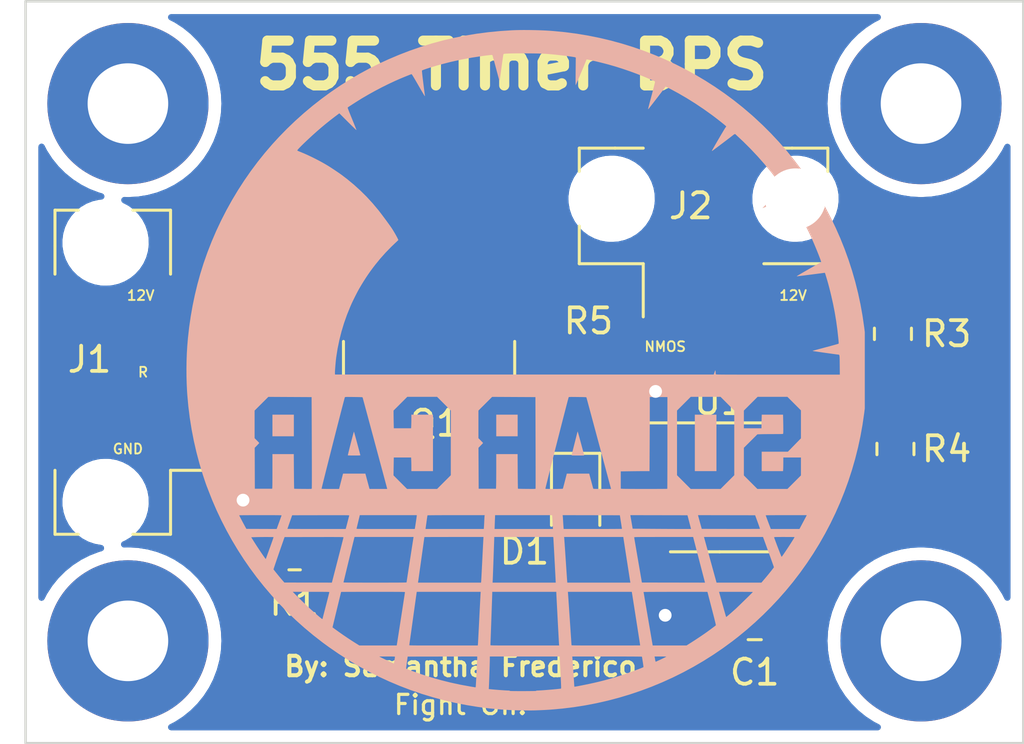
<source format=kicad_pcb>
(kicad_pcb (version 20211014) (generator pcbnew)
  (layers (0 "F.Cu" signal) (31 "B.Cu" signal) (36 "B.SilkS" user "B.Silkscreen") (37 "F.SilkS" user "F.Silkscreen") (38 "B.Mask" user) (39 "F.Mask" user) (44 "Edge.Cuts" user))
  (net 0 "")
  (net 1 "Net-(C1-Pad1)")
  (net 2 "GND")
  (net 3 "Net-(D1-Pad1)")
  (net 4 "Net-(D1-Pad2)")
  (net 5 "+12V")
  (net 6 "Net-(J1-Pad2)")
  (net 7 "Net-(J2-Pad1)")
  (net 8 "Net-(R3-Pad2)")
  (footprint "Package_TO_SOT_SMD:TO-252-2_TabPin1" (layer "F.Cu") (at 136.42 74.71 90)
    (fp_text reference "Q1" (at -4.03 0.232 180) (layer "F.SilkS"))
    (fp_text value "Q_NMOS_DGS" hide)
    (pad "1" smd rect (at 2.825 0 90) (size 7 7) (layers "F.Cu" "F.Mask") (net 7 "Net-(J2-Pad1)"))
    (pad "2" smd rect (at -4.575 -2.3 90) (size 3.5 2) (layers "F.Cu" "F.Paste" "F.Mask") (net 4 "Net-(D1-Pad2)"))
    (pad "3" smd rect (at -4.575 2.28 90) (size 3.5 2) (layers "F.Cu" "F.Paste" "F.Mask") (net 2 "GND"))
  )
  (footprint "Capacitor_SMD:C_0805_2012Metric_Pad1.18x1.45mm_HandSolder" (layer "F.Cu") (at 149.352 86.594 180)
    (fp_text reference "C1" (at 0 -2.032) (layer "F.SilkS"))
    (fp_text value "10uF" hide)
    (pad "1" smd roundrect (at -1.0375 0 180) (size 1.175 1.45) (layers "F.Cu" "F.Paste" "F.Mask") (roundrect_rratio 0.212766) (net 1 "Net-(C1-Pad1)"))
    (pad "2" smd roundrect (at 1.0375 0 180) (size 1.175 1.45) (layers "F.Cu" "F.Paste" "F.Mask") (roundrect_rratio 0.212766) (net 2 "GND"))
  )
  (footprint "MountingHole:MountingHole_3.2mm_M3_Pad" (layer "F.Cu") (at 124.46 87.376)
    (fp_text reference "REF**" hide)
    (fp_text value "MountingHole_3.2mm_M3_Pad" hide)
    (pad "1" thru_hole circle (at 0 0) (size 6.4 6.4) (drill 3.2) (layers *.Cu *.Mask))
  )
  (footprint "Package_SO:SOIC-8_3.9x4.9mm_P1.27mm" (layer "F.Cu") (at 147.955 81.28)
    (fp_text reference "U1" (at 0 -3.4) (layer "F.SilkS"))
    (fp_text value "NE555D" hide)
    (pad "1" smd roundrect (at -2.475 -1.905) (size 1.95 0.6) (layers "F.Cu" "F.Paste" "F.Mask") (net 2 "GND"))
    (pad "2" smd roundrect (at -2.475 -0.635) (size 1.95 0.6) (layers "F.Cu" "F.Paste" "F.Mask") (net 1 "Net-(C1-Pad1)"))
    (pad "3" smd roundrect (at -2.475 0.635) (size 1.95 0.6) (layers "F.Cu" "F.Paste" "F.Mask") (net 4 "Net-(D1-Pad2)"))
    (pad "4" smd roundrect (at -2.475 1.905) (size 1.95 0.6) (layers "F.Cu" "F.Paste" "F.Mask") (net 6 "Net-(J1-Pad2)"))
    (pad "5" smd roundrect (at 2.475 1.905) (size 1.95 0.6) (layers "F.Cu" "F.Paste" "F.Mask"))
    (pad "6" smd roundrect (at 2.475 0.635) (size 1.95 0.6) (layers "F.Cu" "F.Paste" "F.Mask") (net 1 "Net-(C1-Pad1)"))
    (pad "7" smd roundrect (at 2.475 -0.635) (size 1.95 0.6) (layers "F.Cu" "F.Paste" "F.Mask") (net 8 "Net-(R3-Pad2)"))
    (pad "8" smd roundrect (at 2.475 -1.905) (size 1.95 0.6) (layers "F.Cu" "F.Paste" "F.Mask") (net 5 "+12V"))
  )
  (footprint "Resistor_SMD:R_0805_2012Metric_Pad1.20x1.40mm_HandSolder" (layer "F.Cu") (at 131.08 83.82 180)
    (fp_text reference "R1" (at 0.016 -2.032) (layer "F.SilkS"))
    (fp_text value "10k" hide)
    (pad "1" smd roundrect (at -1 0 180) (size 1.2 1.4) (layers "F.Cu" "F.Paste" "F.Mask") (roundrect_rratio 0.208333) (net 6 "Net-(J1-Pad2)"))
    (pad "2" smd roundrect (at 1 0 180) (size 1.2 1.4) (layers "F.Cu" "F.Paste" "F.Mask") (roundrect_rratio 0.208333) (net 2 "GND"))
  )
  (footprint "LED_SMD:LED_0805_2012Metric_Pad1.15x1.40mm_HandSolder" (layer "F.Cu") (at 142.24 81.788 -90)
    (fp_text reference "D1" (at 2.032 2.032) (layer "F.SilkS"))
    (fp_text value "LED" hide)
    (pad "1" smd roundrect (at -1.025 0 270) (size 1.15 1.4) (layers "F.Cu" "F.Paste" "F.Mask") (roundrect_rratio 0.217391) (net 3 "Net-(D1-Pad1)"))
    (pad "2" smd roundrect (at 1.025 0 270) (size 1.15 1.4) (layers "F.Cu" "F.Paste" "F.Mask") (roundrect_rratio 0.217391) (net 4 "Net-(D1-Pad2)"))
  )
  (footprint "Resistor_SMD:R_0805_2012Metric_Pad1.20x1.40mm_HandSolder" (layer "F.Cu") (at 130.556 72.136 -90)
    (fp_text reference "R2" (at 3.048 -0.508) (layer "F.SilkS"))
    (fp_text value "10k" hide)
    (pad "1" smd roundrect (at -1 0 270) (size 1.2 1.4) (layers "F.Cu" "F.Paste" "F.Mask") (roundrect_rratio 0.208333) (net 5 "+12V"))
    (pad "2" smd roundrect (at 1 0 270) (size 1.2 1.4) (layers "F.Cu" "F.Paste" "F.Mask") (roundrect_rratio 0.208333) (net 6 "Net-(J1-Pad2)"))
  )
  (footprint "Connector_Molex:Molex_Micro-Fit_3.0_43650-0321_1x03_P3.00mm_Vertical" (layer "F.Cu") (at 123.858 76.708 90)
    (fp_text reference "J1" (at 0.508 -0.922) (layer "F.SilkS"))
    (fp_text value "Conn_01x03_Female" hide)
    (pad "" np_thru_hole circle (at -5.15 -0.285 90) (size 2.41 2.41) (drill 2.41) (layers *.Cu *.Mask))
    (pad "" np_thru_hole circle (at 5.15 -0.285 90) (size 2.41 2.41) (drill 2.41) (layers *.Cu *.Mask))
    (pad "1" smd rect (at -3 3.135 90) (size 1.27 2.54) (layers "F.Cu" "F.Paste" "F.Mask") (net 2 "GND"))
    (pad "2" smd rect (at 0 3.135 90) (size 1.27 2.54) (layers "F.Cu" "F.Paste" "F.Mask") (net 6 "Net-(J1-Pad2)"))
    (pad "3" smd rect (at 3 3.135 90) (size 1.27 2.54) (layers "F.Cu" "F.Paste" "F.Mask") (net 5 "+12V"))
  )
  (footprint "Resistor_SMD:R_0805_2012Metric_Pad1.20x1.40mm_HandSolder" (layer "F.Cu") (at 154.94 79.756 -90)
    (fp_text reference "R4" (at 0 -2.032 180) (layer "F.SilkS"))
    (fp_text value "5k" hide)
    (pad "1" smd roundrect (at -1 0 270) (size 1.2 1.4) (layers "F.Cu" "F.Paste" "F.Mask") (roundrect_rratio 0.208333) (net 8 "Net-(R3-Pad2)"))
    (pad "2" smd roundrect (at 1 0 270) (size 1.2 1.4) (layers "F.Cu" "F.Paste" "F.Mask") (roundrect_rratio 0.208333) (net 1 "Net-(C1-Pad1)"))
  )
  (footprint "Connector_Molex:Molex_Micro-Fit_3.0_43650-0221_1x02_P3.00mm_Vertical" (layer "F.Cu") (at 147.32 70.104)
    (fp_text reference "J2" (at -0.508 0) (layer "F.SilkS"))
    (fp_text value "Conn_01x02_Female" hide)
    (pad "" np_thru_hole circle (at 3.65 -0.285) (size 2.41 2.41) (drill 2.41) (layers *.Cu *.Mask))
    (pad "" np_thru_hole circle (at -3.65 -0.285) (size 2.41 2.41) (drill 2.41) (layers *.Cu *.Mask))
    (pad "1" smd rect (at -1.5 3.135) (size 1.27 2.54) (layers "F.Cu" "F.Paste" "F.Mask") (net 7 "Net-(J2-Pad1)"))
    (pad "2" smd rect (at 1.5 3.135) (size 1.27 2.54) (layers "F.Cu" "F.Paste" "F.Mask") (net 5 "+12V"))
  )
  (footprint "MountingHole:MountingHole_3.2mm_M3_Pad" (layer "F.Cu") (at 124.46 66.04)
    (fp_text reference "REF**" hide)
    (fp_text value "MountingHole_3.2mm_M3_Pad" hide)
    (pad "1" thru_hole circle (at 0 0) (size 6.4 6.4) (drill 3.2) (layers *.Cu *.Mask))
  )
  (footprint "Resistor_SMD:R_0805_2012Metric_Pad1.20x1.40mm_HandSolder" (layer "F.Cu") (at 154.84 75.184 -90)
    (fp_text reference "R3" (at 0 -2.132 180) (layer "F.SilkS"))
    (fp_text value "0" hide)
    (pad "1" smd roundrect (at -1 0 270) (size 1.2 1.4) (layers "F.Cu" "F.Paste" "F.Mask") (roundrect_rratio 0.208333) (net 5 "+12V"))
    (pad "2" smd roundrect (at 1 0 270) (size 1.2 1.4) (layers "F.Cu" "F.Paste" "F.Mask") (roundrect_rratio 0.208333) (net 8 "Net-(R3-Pad2)"))
  )
  (footprint "MountingHole:MountingHole_3.2mm_M3_Pad" (layer "F.Cu") (at 155.956 87.376)
    (fp_text reference "REF**" hide)
    (fp_text value "MountingHole_3.2mm_M3_Pad" hide)
    (pad "1" thru_hole circle (at 0 0) (size 6.4 6.4) (drill 3.2) (layers *.Cu *.Mask))
  )
  (footprint "Resistor_SMD:R_0805_2012Metric_Pad1.20x1.40mm_HandSolder" (layer "F.Cu") (at 142.748 77.216 -90)
    (fp_text reference "R5" (at -2.54 0 180) (layer "F.SilkS"))
    (fp_text value "20k" hide)
    (pad "1" smd roundrect (at -1 0 270) (size 1.2 1.4) (layers "F.Cu" "F.Paste" "F.Mask") (roundrect_rratio 0.208333) (net 2 "GND"))
    (pad "2" smd roundrect (at 1 0 270) (size 1.2 1.4) (layers "F.Cu" "F.Paste" "F.Mask") (roundrect_rratio 0.208333) (net 3 "Net-(D1-Pad1)"))
  )
  (footprint "MountingHole:MountingHole_3.2mm_M3_Pad" (layer "F.Cu") (at 155.956 66.04)
    (fp_text reference "REF**" hide)
    (fp_text value "MountingHole_3.2mm_M3_Pad" hide)
    (pad "1" thru_hole circle (at 0 0) (size 6.4 6.4) (drill 3.2) (layers *.Cu *.Mask))
  )
  (footprint "Library:background_reduced_silk_1in13" (layer "B.Cu") (at 140.208 76.708 180)
    (fp_text reference "G***" hide)
    (fp_text value "" hide)
  )
  (footprint "Library:sun+solar_mask_1in13" (layer "B.Cu") (at 140.208 76.708 180)
    (fp_text reference "G***" hide)
    (fp_text value "" hide)
  )
  (gr_rect (start 120.396 61.976) (end 160.02 91.44) (layer "Edge.Cuts") (width 0.1) (fill none))
  (gr_text "12V" (at 124.968 73.66) (layer "F.SilkS") (effects (font (size 0.3904 0.3904) (thickness 0.0738))))
  (gr_text "12V" (at 150.876 73.66) (layer "F.SilkS") (effects (font (size 0.3904 0.3904) (thickness 0.0738))))
  (gr_text "NMOS" (at 145.796 75.692) (layer "F.SilkS") (effects (font (size 0.3904 0.3904) (thickness 0.0738))))
  (gr_text "555 Timer BPS" (at 139.7 64.516) (layer "F.SilkS") (effects (font (size 1.7794 1.7794) (thickness 0.4016))))
  (gr_text "R" (at 125.062 76.708) (layer "F.SilkS") (effects (font (size 0.3904 0.3904) (thickness 0.0738))))
  (gr_text "GND" (at 124.46 79.756) (layer "F.SilkS") (effects (font (size 0.3904 0.3904) (thickness 0.0738))))
  (gr_text "Fight On!" (at 137.668 89.916) (layer "F.SilkS") (effects (font (size 0.7634 0.7634) (thickness 0.12735))))
  (gr_text "By: Samantha Frederico" (at 137.668 88.392) (layer "F.SilkS") (effects (font (size 0.7714 0.7714) (thickness 0.1611))))
  (segment (start 153.543 81.915) (end 153.781 81.915) (width 0.254) (layer "F.Cu") (net 1))
  (segment (start 148.796053 81.915) (end 150.43 81.915) (width 0.254) (layer "F.Cu") (net 1))
  (segment (start 147.526053 80.645) (end 148.796053 81.915) (width 0.254) (layer "F.Cu") (net 1))
  (segment (start 150.3895 86.594) (end 153.543 83.4405) (width 0.254) (layer "F.Cu") (net 1))
  (segment (start 145.48 80.645) (end 147.526053 80.645) (width 0.254) (layer "F.Cu") (net 1))
  (segment (start 153.543 83.4405) (end 153.543 81.915) (width 0.254) (layer "F.Cu") (net 1))
  (segment (start 150.43 81.915) (end 153.543 81.915) (width 0.254) (layer "F.Cu") (net 1))
  (segment (start 153.781 81.915) (end 154.94 80.756) (width 0.254) (layer "F.Cu") (net 1))
  (segment (start 145.415 77.47) (end 144.161 76.216) (width 0.762) (layer "F.Cu") (net 2))
  (segment (start 130.08 82.836) (end 129.032 81.788) (width 0.762) (layer "F.Cu") (net 2))
  (segment (start 140.716 77.724) (end 142.224 76.216) (width 0.762) (layer "F.Cu") (net 2))
  (segment (start 127.087 79.843) (end 129.032 81.788) (width 0.762) (layer "F.Cu") (net 2))
  (segment (start 144.161 76.216) (end 142.748 76.216) (width 0.762) (layer "F.Cu") (net 2))
  (segment (start 142.224 76.216) (end 142.748 76.216) (width 0.762) (layer "F.Cu") (net 2))
  (segment (start 130.08 83.82) (end 130.08 82.836) (width 0.762) (layer "F.Cu") (net 2))
  (segment (start 127.087 79.708) (end 127.087 79.843) (width 0.762) (layer "F.Cu") (net 2))
  (segment (start 140.716 78.74) (end 140.716 77.724) (width 0.762) (layer "F.Cu") (net 2))
  (segment (start 145.48 79.375) (end 145.48 77.535) (width 0.762) (layer "F.Cu") (net 2))
  (segment (start 145.796 86.36) (end 148.0805 86.36) (width 0.762) (layer "F.Cu") (net 2))
  (segment (start 145.48 77.535) (end 145.415 77.47) (width 0.762) (layer "F.Cu") (net 2))
  (segment (start 148.0805 86.36) (end 148.3145 86.594) (width 0.762) (layer "F.Cu") (net 2))
  (segment (start 138.7 79.285) (end 140.171 79.285) (width 0.762) (layer "F.Cu") (net 2))
  (segment (start 140.171 79.285) (end 140.716 78.74) (width 0.762) (layer "F.Cu") (net 2))
  (via (at 145.415 77.47) (size 1.016) (drill 0.508) (layers "F.Cu" "B.Cu") (net 2))
  (via (at 145.796 86.36) (size 1.016) (drill 0.508) (layers "F.Cu" "B.Cu") (net 2))
  (via (at 129.032 81.788) (size 1.016) (drill 0.508) (layers "F.Cu" "B.Cu") (net 2))
  (segment (start 142.748 80.255) (end 142.748 78.216) (width 0.254) (layer "F.Cu") (net 3))
  (segment (start 142.24 80.763) (end 142.748 80.255) (width 0.254) (layer "F.Cu") (net 3))
  (segment (start 143.247 82.813) (end 144.145 81.915) (width 0.254) (layer "F.Cu") (net 4))
  (segment (start 134.112 79.293) (end 134.12 79.285) (width 0.254) (layer "F.Cu") (net 4))
  (segment (start 142.24 82.813) (end 142.231 82.804) (width 0.254) (layer "F.Cu") (net 4))
  (segment (start 134.112 81.28) (end 134.112 79.293) (width 0.254) (layer "F.Cu") (net 4))
  (segment (start 142.231 82.804) (end 135.636 82.804) (width 0.254) (layer "F.Cu") (net 4))
  (segment (start 135.636 82.804) (end 134.112 81.28) (width 0.254) (layer "F.Cu") (net 4))
  (segment (start 144.145 81.915) (end 144.845 81.915) (width 0.254) (layer "F.Cu") (net 4))
  (segment (start 142.24 82.813) (end 143.247 82.813) (width 0.254) (layer "F.Cu") (net 4))
  (segment (start 150.43 77.662) (end 150.43 79.375) (width 0.762) (layer "F.Cu") (net 5))
  (segment (start 129.659 71.136) (end 130.556 71.136) (width 0.762) (layer "F.Cu") (net 5))
  (segment (start 146.812 67.056) (end 131.572 67.056) (width 0.762) (layer "F.Cu") (net 5))
  (segment (start 148.82 73.239) (end 148.82 69.064) (width 0.762) (layer "F.Cu") (net 5))
  (segment (start 148.82 69.064) (end 146.812 67.056) (width 0.762) (layer "F.Cu") (net 5))
  (segment (start 148.82 75.668) (end 148.82 73.239) (width 0.762) (layer "F.Cu") (net 5))
  (segment (start 150.622 77.47) (end 148.82 75.668) (width 0.762) (layer "F.Cu") (net 5))
  (segment (start 127.087 73.708) (end 129.659 71.136) (width 0.762) (layer "F.Cu") (net 5))
  (segment (start 154.84 74.184) (end 153.908 74.184) (width 0.762) (layer "F.Cu") (net 5))
  (segment (start 130.556 68.072) (end 130.556 71.136) (width 0.762) (layer "F.Cu") (net 5))
  (segment (start 131.572 67.056) (end 130.556 68.072) (width 0.762) (layer "F.Cu") (net 5))
  (segment (start 153.908 74.184) (end 150.622 77.47) (width 0.762) (layer "F.Cu") (net 5))
  (segment (start 150.622 77.47) (end 150.43 77.662) (width 0.762) (layer "F.Cu") (net 5))
  (segment (start 130.556 73.239) (end 130.556 73.136) (width 0.254) (layer "F.Cu") (net 6))
  (segment (start 144.78 83.185) (end 145.48 83.185) (width 0.254) (layer "F.Cu") (net 6))
  (segment (start 133.065 84.805) (end 143.225 84.805) (width 0.254) (layer "F.Cu") (net 6))
  (segment (start 129.54 78.74) (end 129.54 79.756) (width 0.254) (layer "F.Cu") (net 6))
  (segment (start 127.087 76.708) (end 127.508 76.708) (width 0.254) (layer "F.Cu") (net 6))
  (segment (start 127.087 76.708) (end 130.556 73.239) (width 0.254) (layer "F.Cu") (net 6))
  (segment (start 132.08 83.82) (end 133.065 84.805) (width 0.254) (layer "F.Cu") (net 6))
  (segment (start 129.54 79.756) (end 132.08 82.296) (width 0.254) (layer "F.Cu") (net 6))
  (segment (start 144.845 83.185) (end 143.225 84.805) (width 0.254) (layer "F.Cu") (net 6))
  (segment (start 127.508 76.708) (end 129.54 78.74) (width 0.254) (layer "F.Cu") (net 6))
  (segment (start 132.08 82.296) (end 132.08 83.82) (width 0.254) (layer "F.Cu") (net 6))
  (segment (start 137.774 73.239) (end 136.42 71.885) (width 0.254) (layer "F.Cu") (net 7))
  (segment (start 145.82 73.239) (end 137.774 73.239) (width 0.254) (layer "F.Cu") (net 7))
  (segment (start 154.84 78.656) (end 154.84 75.676) (width 0.254) (layer "F.Cu") (net 8))
  (segment (start 152.019 80.645) (end 153.908 78.756) (width 0.254) (layer "F.Cu") (net 8))
  (segment (start 154.94 78.756) (end 154.84 78.656) (width 0.254) (layer "F.Cu") (net 8))
  (segment (start 150.43 80.645) (end 152.019 80.645) (width 0.254) (layer "F.Cu") (net 8))
  (segment (start 153.908 78.756) (end 154.94 78.756) (width 0.254) (layer "F.Cu") (net 8))
  (zone (net 2) (net_name "GND") (layer "B.Cu") (connect_pads (clearance 0.508)) (min_thickness 0.254) (fill yes (thermal_gap 0.508) (thermal_bridge_width 0.508))
    (polygon (pts (xy 160.02 91.44) (xy 120.396 91.44) (xy 120.396 61.976) (xy 160.02 61.976)))
  )
  (zone (net 2) (net_name "GND") (layer "B.Cu") (connect_pads (clearance 0.508)) (min_thickness 0.254) (fill yes (thermal_gap 0.508) (thermal_bridge_width 0.508))
    (polygon (pts (xy 158.75 88.9) (xy 119.38 88.9) (xy 119.38 64.135) (xy 158.75 64.135)))
  )
)
</source>
